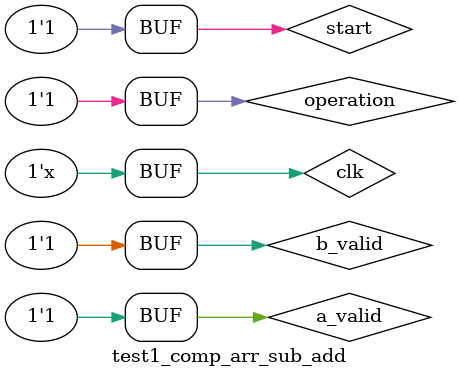
<source format=v>
`timescale 1ns / 1ps


module test1_comp_arr_sub_add;

	// Inputs
	reg clk;
	reg a_valid;
	reg b_valid;
	reg start;
	reg operation;

	// Outputs
	wire valid;

	// Instantiate the Unit Under Test (UUT)
	complex_array_sub_add uut (
		.clk(clk), 
		.a_valid(a_valid), 
		.b_valid(b_valid), 
		.start(start), 
		.valid(valid), 
		.operation(operation)
	);

	initial begin
		// Initialize Inputs
		clk = 0;
		a_valid = 0;
		b_valid = 0;
		start = 0;
		operation = 0;

		// Wait 100 ns for global reset to finish
		#10;
        start = 1;
		  b_valid=1;
		a_valid=1;
		operation=1;
        
		// Add stimulus here

	end
	always  
	#10 clk=!clk;
      
endmodule


</source>
